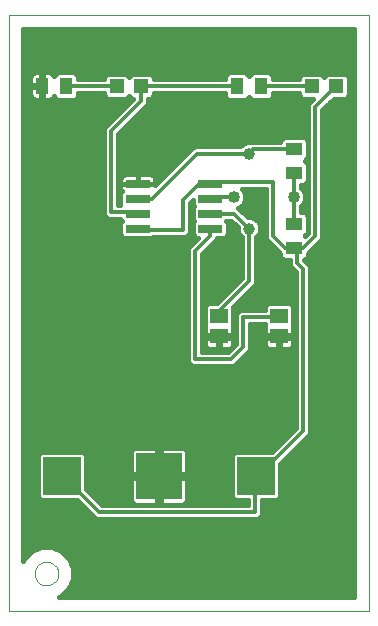
<source format=gtl>
G75*
%MOIN*%
%OFA0B0*%
%FSLAX24Y24*%
%IPPOS*%
%LPD*%
%AMOC8*
5,1,8,0,0,1.08239X$1,22.5*
%
%ADD10C,0.0000*%
%ADD11R,0.1535X0.1535*%
%ADD12R,0.1260X0.1260*%
%ADD13R,0.0800X0.0260*%
%ADD14R,0.0591X0.0512*%
%ADD15R,0.0551X0.0433*%
%ADD16R,0.0433X0.0551*%
%ADD17R,0.0472X0.0472*%
%ADD18C,0.0120*%
%ADD19C,0.0160*%
%ADD20C,0.0396*%
%ADD21C,0.0400*%
D10*
X000680Y000680D02*
X000680Y020550D01*
X012672Y020550D01*
X012672Y000680D01*
X000680Y000680D01*
X001536Y001930D02*
X001538Y001969D01*
X001544Y002008D01*
X001554Y002046D01*
X001567Y002083D01*
X001584Y002118D01*
X001604Y002152D01*
X001628Y002183D01*
X001655Y002212D01*
X001684Y002238D01*
X001716Y002261D01*
X001750Y002281D01*
X001786Y002297D01*
X001823Y002309D01*
X001862Y002318D01*
X001901Y002323D01*
X001940Y002324D01*
X001979Y002321D01*
X002018Y002314D01*
X002055Y002303D01*
X002092Y002289D01*
X002127Y002271D01*
X002160Y002250D01*
X002191Y002225D01*
X002219Y002198D01*
X002244Y002168D01*
X002266Y002135D01*
X002285Y002101D01*
X002300Y002065D01*
X002312Y002027D01*
X002320Y001989D01*
X002324Y001950D01*
X002324Y001910D01*
X002320Y001871D01*
X002312Y001833D01*
X002300Y001795D01*
X002285Y001759D01*
X002266Y001725D01*
X002244Y001692D01*
X002219Y001662D01*
X002191Y001635D01*
X002160Y001610D01*
X002127Y001589D01*
X002092Y001571D01*
X002055Y001557D01*
X002018Y001546D01*
X001979Y001539D01*
X001940Y001536D01*
X001901Y001537D01*
X001862Y001542D01*
X001823Y001551D01*
X001786Y001563D01*
X001750Y001579D01*
X001716Y001599D01*
X001684Y001622D01*
X001655Y001648D01*
X001628Y001677D01*
X001604Y001708D01*
X001584Y001742D01*
X001567Y001777D01*
X001554Y001814D01*
X001544Y001852D01*
X001538Y001891D01*
X001536Y001930D01*
D11*
X005680Y005180D03*
D12*
X002452Y005180D03*
X008908Y005180D03*
D13*
X007390Y013430D03*
X007390Y013930D03*
X007390Y014430D03*
X007390Y014930D03*
X004970Y014930D03*
X004970Y014430D03*
X004970Y013930D03*
X004970Y013430D03*
D14*
X007680Y010515D03*
X007680Y009845D03*
X009680Y009845D03*
X009680Y010515D03*
D15*
X010180Y012786D03*
X010180Y013574D03*
X010180Y015286D03*
X010180Y016074D03*
D16*
X009074Y018180D03*
X008286Y018180D03*
X002574Y018180D03*
X001786Y018180D03*
D17*
X004267Y018180D03*
X005093Y018180D03*
X010767Y018180D03*
X011593Y018180D03*
D18*
X011580Y018180D01*
X010880Y017480D01*
X010880Y013180D01*
X010480Y012780D01*
X010280Y012780D01*
X010180Y012786D01*
X010180Y012780D01*
X009880Y012780D01*
X009480Y013180D01*
X009480Y014980D01*
X007480Y014980D01*
X007390Y014930D01*
X007380Y014880D01*
X006980Y014880D01*
X006480Y014380D01*
X006480Y013380D01*
X004980Y013380D01*
X004970Y013430D01*
X004970Y013930D02*
X004880Y013980D01*
X004080Y013980D01*
X004080Y016680D01*
X005080Y017680D01*
X005080Y018180D01*
X005093Y018180D01*
X008286Y018180D01*
X009074Y018180D02*
X010767Y018180D01*
X010180Y016074D02*
X008824Y016074D01*
X008680Y015930D01*
X006930Y015930D01*
X005430Y014430D01*
X004970Y014430D01*
X006880Y012680D02*
X007380Y013180D01*
X007380Y013380D01*
X007390Y013430D01*
X007390Y013930D02*
X008180Y013930D01*
X008680Y013430D01*
X008680Y011680D01*
X007680Y010680D01*
X007680Y010515D01*
X008480Y010480D02*
X008480Y009480D01*
X008080Y009080D01*
X006880Y009080D01*
X006880Y012680D01*
X007390Y014430D02*
X007480Y014480D01*
X008180Y014480D01*
X010180Y014480D02*
X010180Y013574D01*
X010180Y012780D02*
X010280Y012780D01*
X010280Y012280D01*
X010480Y012080D01*
X010480Y006680D01*
X008980Y005180D01*
X008908Y005180D01*
X008880Y005180D01*
X008880Y003980D01*
X003680Y003980D01*
X002480Y005180D01*
X002452Y005180D01*
X008480Y010480D02*
X009680Y010480D01*
X009680Y010515D01*
X010180Y014480D02*
X010180Y015286D01*
X004267Y018180D02*
X002574Y018180D01*
D19*
X002938Y017798D02*
X003922Y017798D01*
X003956Y017764D02*
X004577Y017764D01*
X004680Y017866D01*
X004783Y017764D01*
X004824Y017764D01*
X003877Y016816D01*
X003840Y016728D01*
X003840Y013932D01*
X003877Y013844D01*
X003944Y013777D01*
X004032Y013740D01*
X004390Y013740D01*
X004390Y013725D01*
X004435Y013680D01*
X004390Y013635D01*
X004390Y013225D01*
X004495Y013120D01*
X005445Y013120D01*
X005465Y013140D01*
X006528Y013140D01*
X006616Y013177D01*
X006683Y013244D01*
X006720Y013332D01*
X006720Y014281D01*
X006810Y014371D01*
X006810Y014225D01*
X006855Y014180D01*
X006810Y014135D01*
X006810Y013725D01*
X006855Y013680D01*
X006810Y013635D01*
X006810Y013225D01*
X006915Y013120D01*
X006981Y013120D01*
X006677Y012816D01*
X006640Y012728D01*
X006640Y009032D01*
X006677Y008944D01*
X006744Y008877D01*
X006832Y008840D01*
X008128Y008840D01*
X008216Y008877D01*
X008283Y008944D01*
X008683Y009344D01*
X008720Y009432D01*
X008720Y010240D01*
X009205Y010240D01*
X009205Y010184D01*
X009217Y010171D01*
X009205Y010125D01*
X009205Y009893D01*
X009632Y009893D01*
X009632Y009797D01*
X009728Y009797D01*
X009728Y009409D01*
X009999Y009409D01*
X010045Y009422D01*
X010086Y009445D01*
X010119Y009479D01*
X010143Y009520D01*
X010155Y009566D01*
X010155Y009797D01*
X009728Y009797D01*
X009728Y009893D01*
X010155Y009893D01*
X010155Y010125D01*
X010143Y010171D01*
X010143Y010171D01*
X010155Y010184D01*
X010155Y010845D01*
X010050Y010951D01*
X009310Y010951D01*
X009205Y010845D01*
X009205Y010720D01*
X008432Y010720D01*
X008344Y010683D01*
X008277Y010616D01*
X008240Y010528D01*
X008240Y009579D01*
X007981Y009320D01*
X007120Y009320D01*
X007120Y012581D01*
X007516Y012977D01*
X007583Y013044D01*
X007615Y013120D01*
X007865Y013120D01*
X007970Y013225D01*
X007970Y013635D01*
X007925Y013680D01*
X007935Y013690D01*
X008081Y013690D01*
X008302Y013469D01*
X008302Y013355D01*
X008359Y013216D01*
X008440Y013135D01*
X008440Y011779D01*
X007611Y010951D01*
X007310Y010951D01*
X007205Y010845D01*
X007205Y010184D01*
X007217Y010171D01*
X007205Y010125D01*
X007205Y009893D01*
X007632Y009893D01*
X007632Y009797D01*
X007728Y009797D01*
X007728Y009409D01*
X007999Y009409D01*
X008045Y009422D01*
X008086Y009445D01*
X008119Y009479D01*
X008143Y009520D01*
X008155Y009566D01*
X008155Y009797D01*
X007728Y009797D01*
X007728Y009893D01*
X008155Y009893D01*
X008155Y010125D01*
X008143Y010171D01*
X008143Y010171D01*
X008155Y010184D01*
X008155Y010816D01*
X008816Y011477D01*
X008883Y011544D01*
X008920Y011632D01*
X008920Y013135D01*
X009001Y013216D01*
X009058Y013355D01*
X009058Y013505D01*
X009001Y013644D01*
X008894Y013751D01*
X008755Y013808D01*
X008641Y013808D01*
X008322Y014127D01*
X008395Y014158D01*
X008502Y014265D01*
X008560Y014404D01*
X008560Y014556D01*
X008502Y014695D01*
X008457Y014740D01*
X009240Y014740D01*
X009240Y013132D01*
X009277Y013044D01*
X009677Y012644D01*
X009724Y012596D01*
X009724Y012495D01*
X009830Y012390D01*
X010040Y012390D01*
X010040Y012232D01*
X010077Y012144D01*
X010144Y012077D01*
X010240Y011981D01*
X010240Y006779D01*
X009451Y005990D01*
X008204Y005990D01*
X008098Y005884D01*
X008098Y004476D01*
X008204Y004370D01*
X008640Y004370D01*
X008640Y004220D01*
X003779Y004220D01*
X003262Y004738D01*
X003262Y005884D01*
X003156Y005990D01*
X001747Y005990D01*
X001642Y005884D01*
X001642Y004476D01*
X001747Y004370D01*
X002951Y004370D01*
X003477Y003844D01*
X003544Y003777D01*
X003632Y003740D01*
X008928Y003740D01*
X009016Y003777D01*
X009083Y003844D01*
X009120Y003932D01*
X009120Y004370D01*
X009613Y004370D01*
X009718Y004476D01*
X009718Y005579D01*
X010616Y006477D01*
X010683Y006544D01*
X010720Y006632D01*
X010720Y012128D01*
X010683Y012216D01*
X010520Y012379D01*
X010520Y012390D01*
X010530Y012390D01*
X010636Y012495D01*
X010636Y012596D01*
X010683Y012644D01*
X011083Y013044D01*
X011120Y013132D01*
X011120Y013228D01*
X011120Y017381D01*
X011503Y017764D01*
X011904Y017764D01*
X012010Y017869D01*
X012010Y018491D01*
X011904Y018596D01*
X011283Y018596D01*
X011180Y018494D01*
X011077Y018596D01*
X010456Y018596D01*
X010350Y018491D01*
X010350Y018420D01*
X009470Y018420D01*
X009470Y018530D01*
X009365Y018636D01*
X008783Y018636D01*
X008680Y018533D01*
X008577Y018636D01*
X007995Y018636D01*
X007890Y018530D01*
X007890Y018420D01*
X005510Y018420D01*
X005510Y018491D01*
X005404Y018596D01*
X004783Y018596D01*
X004680Y018494D01*
X004577Y018596D01*
X003956Y018596D01*
X003850Y018491D01*
X003850Y018420D01*
X002970Y018420D01*
X002970Y018530D01*
X002865Y018636D01*
X002283Y018636D01*
X002177Y018530D01*
X002177Y018500D01*
X002171Y018525D01*
X002147Y018566D01*
X002113Y018600D01*
X002072Y018623D01*
X002027Y018636D01*
X001815Y018636D01*
X001815Y018208D01*
X001758Y018208D01*
X001758Y018152D01*
X001390Y018152D01*
X001390Y017881D01*
X001402Y017835D01*
X001426Y017794D01*
X001459Y017760D01*
X001500Y017737D01*
X001546Y017724D01*
X001758Y017724D01*
X001758Y018152D01*
X001815Y018152D01*
X001815Y017724D01*
X002027Y017724D01*
X002072Y017737D01*
X002113Y017760D01*
X002147Y017794D01*
X002171Y017835D01*
X002177Y017860D01*
X002177Y017830D01*
X002283Y017724D01*
X002865Y017724D01*
X002970Y017830D01*
X002970Y017940D01*
X003850Y017940D01*
X003850Y017869D01*
X003956Y017764D01*
X004383Y017323D02*
X001160Y017323D01*
X001160Y017481D02*
X004542Y017481D01*
X004700Y017640D02*
X001160Y017640D01*
X001160Y017798D02*
X001423Y017798D01*
X001390Y017957D02*
X001160Y017957D01*
X001160Y018115D02*
X001390Y018115D01*
X001390Y018208D02*
X001758Y018208D01*
X001758Y018636D01*
X001546Y018636D01*
X001500Y018623D01*
X001459Y018600D01*
X001426Y018566D01*
X001402Y018525D01*
X001390Y018479D01*
X001390Y018208D01*
X001390Y018274D02*
X001160Y018274D01*
X001160Y018432D02*
X001390Y018432D01*
X001450Y018591D02*
X001160Y018591D01*
X001160Y018749D02*
X012192Y018749D01*
X012192Y018591D02*
X011910Y018591D01*
X012010Y018432D02*
X012192Y018432D01*
X012192Y018274D02*
X012010Y018274D01*
X012010Y018115D02*
X012192Y018115D01*
X012192Y017957D02*
X012010Y017957D01*
X011938Y017798D02*
X012192Y017798D01*
X012192Y017640D02*
X011379Y017640D01*
X011220Y017481D02*
X012192Y017481D01*
X012192Y017323D02*
X011120Y017323D01*
X011120Y017164D02*
X012192Y017164D01*
X012192Y017006D02*
X011120Y017006D01*
X011120Y016847D02*
X012192Y016847D01*
X012192Y016689D02*
X011120Y016689D01*
X011120Y016530D02*
X012192Y016530D01*
X012192Y016372D02*
X011120Y016372D01*
X011120Y016213D02*
X012192Y016213D01*
X012192Y016055D02*
X011120Y016055D01*
X011120Y015896D02*
X012192Y015896D01*
X012192Y015738D02*
X011120Y015738D01*
X011120Y015579D02*
X012192Y015579D01*
X012192Y015421D02*
X011120Y015421D01*
X011120Y015262D02*
X012192Y015262D01*
X012192Y015104D02*
X011120Y015104D01*
X011120Y014945D02*
X012192Y014945D01*
X012192Y014787D02*
X011120Y014787D01*
X011120Y014628D02*
X012192Y014628D01*
X012192Y014470D02*
X011120Y014470D01*
X011120Y014311D02*
X012192Y014311D01*
X012192Y014153D02*
X011120Y014153D01*
X011120Y013994D02*
X012192Y013994D01*
X012192Y013836D02*
X011120Y013836D01*
X011120Y013677D02*
X012192Y013677D01*
X012192Y013519D02*
X011120Y013519D01*
X011120Y013360D02*
X012192Y013360D01*
X012192Y013202D02*
X011120Y013202D01*
X011082Y013043D02*
X012192Y013043D01*
X012192Y012885D02*
X010924Y012885D01*
X010765Y012726D02*
X012192Y012726D01*
X012192Y012568D02*
X010636Y012568D01*
X010549Y012409D02*
X012192Y012409D01*
X012192Y012251D02*
X010649Y012251D01*
X010720Y012092D02*
X012192Y012092D01*
X012192Y011934D02*
X010720Y011934D01*
X010720Y011775D02*
X012192Y011775D01*
X012192Y011617D02*
X010720Y011617D01*
X010720Y011458D02*
X012192Y011458D01*
X012192Y011300D02*
X010720Y011300D01*
X010720Y011141D02*
X012192Y011141D01*
X012192Y010983D02*
X010720Y010983D01*
X010720Y010824D02*
X012192Y010824D01*
X012192Y010666D02*
X010720Y010666D01*
X010720Y010507D02*
X012192Y010507D01*
X012192Y010349D02*
X010720Y010349D01*
X010720Y010190D02*
X012192Y010190D01*
X012192Y010032D02*
X010720Y010032D01*
X010720Y009873D02*
X012192Y009873D01*
X012192Y009715D02*
X010720Y009715D01*
X010720Y009556D02*
X012192Y009556D01*
X012192Y009398D02*
X010720Y009398D01*
X010720Y009239D02*
X012192Y009239D01*
X012192Y009081D02*
X010720Y009081D01*
X010720Y008922D02*
X012192Y008922D01*
X012192Y008764D02*
X010720Y008764D01*
X010720Y008605D02*
X012192Y008605D01*
X012192Y008447D02*
X010720Y008447D01*
X010720Y008288D02*
X012192Y008288D01*
X012192Y008130D02*
X010720Y008130D01*
X010720Y007971D02*
X012192Y007971D01*
X012192Y007813D02*
X010720Y007813D01*
X010720Y007654D02*
X012192Y007654D01*
X012192Y007496D02*
X010720Y007496D01*
X010720Y007337D02*
X012192Y007337D01*
X012192Y007179D02*
X010720Y007179D01*
X010720Y007020D02*
X012192Y007020D01*
X012192Y006862D02*
X010720Y006862D01*
X010720Y006703D02*
X012192Y006703D01*
X012192Y006545D02*
X010684Y006545D01*
X010616Y006477D02*
X010616Y006477D01*
X010525Y006386D02*
X012192Y006386D01*
X012192Y006228D02*
X010367Y006228D01*
X010208Y006069D02*
X012192Y006069D01*
X012192Y005911D02*
X010050Y005911D01*
X009891Y005752D02*
X012192Y005752D01*
X012192Y005594D02*
X009733Y005594D01*
X009718Y005435D02*
X012192Y005435D01*
X012192Y005277D02*
X009718Y005277D01*
X009718Y005118D02*
X012192Y005118D01*
X012192Y004960D02*
X009718Y004960D01*
X009718Y004801D02*
X012192Y004801D01*
X012192Y004643D02*
X009718Y004643D01*
X009718Y004484D02*
X012192Y004484D01*
X012192Y004326D02*
X009120Y004326D01*
X009120Y004167D02*
X012192Y004167D01*
X012192Y004009D02*
X009120Y004009D01*
X009086Y003850D02*
X012192Y003850D01*
X012192Y003692D02*
X001160Y003692D01*
X001160Y003850D02*
X003471Y003850D01*
X003312Y004009D02*
X001160Y004009D01*
X001160Y004167D02*
X003154Y004167D01*
X002995Y004326D02*
X001160Y004326D01*
X001160Y004484D02*
X001642Y004484D01*
X001642Y004643D02*
X001160Y004643D01*
X001160Y004801D02*
X001642Y004801D01*
X001642Y004960D02*
X001160Y004960D01*
X001160Y005118D02*
X001642Y005118D01*
X001642Y005277D02*
X001160Y005277D01*
X001160Y005435D02*
X001642Y005435D01*
X001642Y005594D02*
X001160Y005594D01*
X001160Y005752D02*
X001642Y005752D01*
X001668Y005911D02*
X001160Y005911D01*
X001160Y006069D02*
X004779Y006069D01*
X004768Y006058D02*
X004745Y006017D01*
X004732Y005971D01*
X004732Y005260D01*
X005600Y005260D01*
X005600Y006128D01*
X004889Y006128D01*
X004843Y006115D01*
X004802Y006092D01*
X004768Y006058D01*
X004732Y005911D02*
X003236Y005911D01*
X003262Y005752D02*
X004732Y005752D01*
X004732Y005594D02*
X003262Y005594D01*
X003262Y005435D02*
X004732Y005435D01*
X004732Y005277D02*
X003262Y005277D01*
X003262Y005118D02*
X005600Y005118D01*
X005600Y005100D02*
X004732Y005100D01*
X004732Y004389D01*
X004745Y004343D01*
X004768Y004302D01*
X004802Y004268D01*
X004843Y004245D01*
X004889Y004232D01*
X005600Y004232D01*
X005600Y005100D01*
X005600Y005260D01*
X005760Y005260D01*
X005760Y006128D01*
X006471Y006128D01*
X006517Y006115D01*
X006558Y006092D01*
X006592Y006058D01*
X006615Y006017D01*
X006628Y005971D01*
X006628Y005260D01*
X005760Y005260D01*
X005760Y005100D01*
X006628Y005100D01*
X006628Y004389D01*
X006615Y004343D01*
X006592Y004302D01*
X006558Y004268D01*
X006517Y004245D01*
X006471Y004232D01*
X005760Y004232D01*
X005760Y005100D01*
X005600Y005100D01*
X005600Y004960D02*
X005760Y004960D01*
X005760Y005118D02*
X008098Y005118D01*
X008098Y004960D02*
X006628Y004960D01*
X006628Y004801D02*
X008098Y004801D01*
X008098Y004643D02*
X006628Y004643D01*
X006628Y004484D02*
X008098Y004484D01*
X008640Y004326D02*
X006605Y004326D01*
X006628Y005277D02*
X008098Y005277D01*
X008098Y005435D02*
X006628Y005435D01*
X006628Y005594D02*
X008098Y005594D01*
X008098Y005752D02*
X006628Y005752D01*
X006628Y005911D02*
X008124Y005911D01*
X009530Y006069D02*
X006581Y006069D01*
X005760Y006069D02*
X005600Y006069D01*
X005600Y005911D02*
X005760Y005911D01*
X005760Y005752D02*
X005600Y005752D01*
X005600Y005594D02*
X005760Y005594D01*
X005760Y005435D02*
X005600Y005435D01*
X005600Y005277D02*
X005760Y005277D01*
X005760Y004801D02*
X005600Y004801D01*
X005600Y004643D02*
X005760Y004643D01*
X005760Y004484D02*
X005600Y004484D01*
X005600Y004326D02*
X005760Y004326D01*
X004755Y004326D02*
X003674Y004326D01*
X003515Y004484D02*
X004732Y004484D01*
X004732Y004643D02*
X003357Y004643D01*
X003262Y004801D02*
X004732Y004801D01*
X004732Y004960D02*
X003262Y004960D01*
X002425Y002671D02*
X002104Y002804D01*
X001756Y002804D01*
X001435Y002671D01*
X001189Y002425D01*
X001160Y002354D01*
X001160Y020070D01*
X012192Y020070D01*
X012192Y001160D01*
X002354Y001160D01*
X002425Y001189D01*
X002671Y001435D01*
X002804Y001756D01*
X002804Y002104D01*
X002671Y002425D01*
X002425Y002671D01*
X002514Y002582D02*
X012192Y002582D01*
X012192Y002424D02*
X002671Y002424D01*
X002737Y002265D02*
X012192Y002265D01*
X012192Y002107D02*
X002803Y002107D01*
X002804Y001948D02*
X012192Y001948D01*
X012192Y001790D02*
X002804Y001790D01*
X002752Y001631D02*
X012192Y001631D01*
X012192Y001473D02*
X002686Y001473D01*
X002550Y001314D02*
X012192Y001314D01*
X012192Y002741D02*
X002256Y002741D01*
X001604Y002741D02*
X001160Y002741D01*
X001160Y002899D02*
X012192Y002899D01*
X012192Y003058D02*
X001160Y003058D01*
X001160Y003216D02*
X012192Y003216D01*
X012192Y003375D02*
X001160Y003375D01*
X001160Y003533D02*
X012192Y003533D01*
X010164Y006703D02*
X001160Y006703D01*
X001160Y006545D02*
X010005Y006545D01*
X009847Y006386D02*
X001160Y006386D01*
X001160Y006228D02*
X009688Y006228D01*
X010240Y006862D02*
X001160Y006862D01*
X001160Y007020D02*
X010240Y007020D01*
X010240Y007179D02*
X001160Y007179D01*
X001160Y007337D02*
X010240Y007337D01*
X010240Y007496D02*
X001160Y007496D01*
X001160Y007654D02*
X010240Y007654D01*
X010240Y007813D02*
X001160Y007813D01*
X001160Y007971D02*
X010240Y007971D01*
X010240Y008130D02*
X001160Y008130D01*
X001160Y008288D02*
X010240Y008288D01*
X010240Y008447D02*
X001160Y008447D01*
X001160Y008605D02*
X010240Y008605D01*
X010240Y008764D02*
X001160Y008764D01*
X001160Y008922D02*
X006699Y008922D01*
X006640Y009081D02*
X001160Y009081D01*
X001160Y009239D02*
X006640Y009239D01*
X006640Y009398D02*
X001160Y009398D01*
X001160Y009556D02*
X006640Y009556D01*
X006640Y009715D02*
X001160Y009715D01*
X001160Y009873D02*
X006640Y009873D01*
X006640Y010032D02*
X001160Y010032D01*
X001160Y010190D02*
X006640Y010190D01*
X006640Y010349D02*
X001160Y010349D01*
X001160Y010507D02*
X006640Y010507D01*
X006640Y010666D02*
X001160Y010666D01*
X001160Y010824D02*
X006640Y010824D01*
X006640Y010983D02*
X001160Y010983D01*
X001160Y011141D02*
X006640Y011141D01*
X006640Y011300D02*
X001160Y011300D01*
X001160Y011458D02*
X006640Y011458D01*
X006640Y011617D02*
X001160Y011617D01*
X001160Y011775D02*
X006640Y011775D01*
X006640Y011934D02*
X001160Y011934D01*
X001160Y012092D02*
X006640Y012092D01*
X006640Y012251D02*
X001160Y012251D01*
X001160Y012409D02*
X006640Y012409D01*
X006640Y012568D02*
X001160Y012568D01*
X001160Y012726D02*
X006640Y012726D01*
X006745Y012885D02*
X001160Y012885D01*
X001160Y013043D02*
X006904Y013043D01*
X006834Y013202D02*
X006641Y013202D01*
X006720Y013360D02*
X006810Y013360D01*
X006810Y013519D02*
X006720Y013519D01*
X006720Y013677D02*
X006852Y013677D01*
X006810Y013836D02*
X006720Y013836D01*
X006720Y013994D02*
X006810Y013994D01*
X006828Y014153D02*
X006720Y014153D01*
X006750Y014311D02*
X006810Y014311D01*
X005923Y015262D02*
X004320Y015262D01*
X004426Y015171D02*
X004402Y015129D01*
X004390Y015084D01*
X004390Y014930D01*
X004970Y014930D01*
X004970Y014930D01*
X004970Y015240D01*
X005394Y015240D01*
X005439Y015228D01*
X005481Y015204D01*
X005514Y015171D01*
X005538Y015129D01*
X005550Y015084D01*
X005550Y014930D01*
X004970Y014930D01*
X004970Y014930D01*
X004970Y014930D01*
X004970Y015240D01*
X004546Y015240D01*
X004501Y015228D01*
X004459Y015204D01*
X004426Y015171D01*
X004395Y015104D02*
X004320Y015104D01*
X004320Y014945D02*
X004390Y014945D01*
X004390Y014930D02*
X004390Y014776D01*
X004402Y014731D01*
X004426Y014689D01*
X004435Y014680D01*
X004390Y014635D01*
X004390Y014225D01*
X004395Y014220D01*
X004320Y014220D01*
X004320Y016581D01*
X005216Y017477D01*
X005283Y017544D01*
X005320Y017632D01*
X005320Y017764D01*
X005404Y017764D01*
X005510Y017869D01*
X005510Y017940D01*
X007890Y017940D01*
X007890Y017830D01*
X007995Y017724D01*
X008577Y017724D01*
X008680Y017827D01*
X008783Y017724D01*
X009365Y017724D01*
X009470Y017830D01*
X009470Y017940D01*
X010350Y017940D01*
X010350Y017869D01*
X010456Y017764D01*
X010824Y017764D01*
X010744Y017683D01*
X010677Y017616D01*
X010640Y017528D01*
X010640Y013279D01*
X010537Y013176D01*
X010533Y013180D01*
X010636Y013283D01*
X010636Y013865D01*
X010530Y013970D01*
X010420Y013970D01*
X010420Y014183D01*
X010502Y014265D01*
X010560Y014404D01*
X010560Y014556D01*
X010502Y014695D01*
X010420Y014777D01*
X010420Y014890D01*
X010530Y014890D01*
X010636Y014995D01*
X010636Y015577D01*
X010533Y015680D01*
X010636Y015783D01*
X010636Y016365D01*
X010530Y016470D01*
X009830Y016470D01*
X009724Y016365D01*
X009724Y016314D01*
X008776Y016314D01*
X008759Y016307D01*
X008755Y016308D01*
X008605Y016308D01*
X008466Y016251D01*
X008385Y016170D01*
X006882Y016170D01*
X006794Y016133D01*
X006727Y016066D01*
X005550Y014889D01*
X005550Y014930D01*
X004970Y014930D01*
X004390Y014930D01*
X004390Y014787D02*
X004320Y014787D01*
X004320Y014628D02*
X004390Y014628D01*
X004390Y014470D02*
X004320Y014470D01*
X004320Y014311D02*
X004390Y014311D01*
X004432Y013677D02*
X001160Y013677D01*
X001160Y013519D02*
X004390Y013519D01*
X004390Y013360D02*
X001160Y013360D01*
X001160Y013202D02*
X004414Y013202D01*
X003885Y013836D02*
X001160Y013836D01*
X001160Y013994D02*
X003840Y013994D01*
X003840Y014153D02*
X001160Y014153D01*
X001160Y014311D02*
X003840Y014311D01*
X003840Y014470D02*
X001160Y014470D01*
X001160Y014628D02*
X003840Y014628D01*
X003840Y014787D02*
X001160Y014787D01*
X001160Y014945D02*
X003840Y014945D01*
X003840Y015104D02*
X001160Y015104D01*
X001160Y015262D02*
X003840Y015262D01*
X003840Y015421D02*
X001160Y015421D01*
X001160Y015579D02*
X003840Y015579D01*
X003840Y015738D02*
X001160Y015738D01*
X001160Y015896D02*
X003840Y015896D01*
X003840Y016055D02*
X001160Y016055D01*
X001160Y016213D02*
X003840Y016213D01*
X003840Y016372D02*
X001160Y016372D01*
X001160Y016530D02*
X003840Y016530D01*
X003840Y016689D02*
X001160Y016689D01*
X001160Y016847D02*
X003908Y016847D01*
X004066Y017006D02*
X001160Y017006D01*
X001160Y017164D02*
X004225Y017164D01*
X004428Y016689D02*
X010640Y016689D01*
X010640Y016847D02*
X004586Y016847D01*
X004745Y017006D02*
X010640Y017006D01*
X010640Y017164D02*
X004903Y017164D01*
X005062Y017323D02*
X010640Y017323D01*
X010640Y017481D02*
X005220Y017481D01*
X005320Y017640D02*
X010700Y017640D01*
X010422Y017798D02*
X009438Y017798D01*
X009470Y018432D02*
X010350Y018432D01*
X010450Y018591D02*
X009410Y018591D01*
X008738Y018591D02*
X008622Y018591D01*
X008651Y017798D02*
X008709Y017798D01*
X007922Y017798D02*
X005438Y017798D01*
X005510Y018432D02*
X007890Y018432D01*
X007950Y018591D02*
X005410Y018591D01*
X004777Y018591D02*
X004583Y018591D01*
X004612Y017798D02*
X004748Y017798D01*
X003950Y018591D02*
X002910Y018591D01*
X002970Y018432D02*
X003850Y018432D01*
X004320Y016530D02*
X010640Y016530D01*
X010629Y016372D02*
X010640Y016372D01*
X010636Y016213D02*
X010640Y016213D01*
X010636Y016055D02*
X010640Y016055D01*
X010636Y015896D02*
X010640Y015896D01*
X010640Y015738D02*
X010591Y015738D01*
X010634Y015579D02*
X010640Y015579D01*
X010636Y015421D02*
X010640Y015421D01*
X010636Y015262D02*
X010640Y015262D01*
X010636Y015104D02*
X010640Y015104D01*
X010640Y014945D02*
X010585Y014945D01*
X010640Y014787D02*
X010420Y014787D01*
X010530Y014628D02*
X010640Y014628D01*
X010640Y014470D02*
X010560Y014470D01*
X010521Y014311D02*
X010640Y014311D01*
X010640Y014153D02*
X010420Y014153D01*
X010420Y013994D02*
X010640Y013994D01*
X010636Y013836D02*
X010640Y013836D01*
X010636Y013677D02*
X010640Y013677D01*
X010636Y013519D02*
X010640Y013519D01*
X010636Y013360D02*
X010640Y013360D01*
X010562Y013202D02*
X010555Y013202D01*
X010040Y012251D02*
X008920Y012251D01*
X008920Y012409D02*
X009811Y012409D01*
X009724Y012568D02*
X008920Y012568D01*
X008920Y012726D02*
X009595Y012726D01*
X009436Y012885D02*
X008920Y012885D01*
X008920Y013043D02*
X009278Y013043D01*
X009240Y013202D02*
X008986Y013202D01*
X009058Y013360D02*
X009240Y013360D01*
X009240Y013519D02*
X009053Y013519D01*
X008968Y013677D02*
X009240Y013677D01*
X009240Y013836D02*
X008614Y013836D01*
X008455Y013994D02*
X009240Y013994D01*
X009240Y014153D02*
X008382Y014153D01*
X008521Y014311D02*
X009240Y014311D01*
X009240Y014470D02*
X008560Y014470D01*
X008530Y014628D02*
X009240Y014628D01*
X008302Y013360D02*
X007970Y013360D01*
X007970Y013519D02*
X008252Y013519D01*
X008094Y013677D02*
X007928Y013677D01*
X007946Y013202D02*
X008374Y013202D01*
X008440Y013043D02*
X007582Y013043D01*
X007424Y012885D02*
X008440Y012885D01*
X008440Y012726D02*
X007265Y012726D01*
X007120Y012568D02*
X008440Y012568D01*
X008440Y012409D02*
X007120Y012409D01*
X007120Y012251D02*
X008440Y012251D01*
X008440Y012092D02*
X007120Y012092D01*
X007120Y011934D02*
X008440Y011934D01*
X008436Y011775D02*
X007120Y011775D01*
X007120Y011617D02*
X008277Y011617D01*
X008119Y011458D02*
X007120Y011458D01*
X007120Y011300D02*
X007960Y011300D01*
X007802Y011141D02*
X007120Y011141D01*
X007120Y010983D02*
X007643Y010983D01*
X007205Y010824D02*
X007120Y010824D01*
X007120Y010666D02*
X007205Y010666D01*
X007205Y010507D02*
X007120Y010507D01*
X007120Y010349D02*
X007205Y010349D01*
X007205Y010190D02*
X007120Y010190D01*
X007217Y010171D02*
X007217Y010171D01*
X007205Y010032D02*
X007120Y010032D01*
X007120Y009873D02*
X007632Y009873D01*
X007632Y009797D02*
X007205Y009797D01*
X007205Y009566D01*
X007217Y009520D01*
X007241Y009479D01*
X007274Y009445D01*
X007315Y009422D01*
X007361Y009409D01*
X007632Y009409D01*
X007632Y009797D01*
X007632Y009715D02*
X007728Y009715D01*
X007728Y009873D02*
X008240Y009873D01*
X008240Y009715D02*
X008155Y009715D01*
X008153Y009556D02*
X008217Y009556D01*
X008058Y009398D02*
X007120Y009398D01*
X007120Y009556D02*
X007207Y009556D01*
X007205Y009715D02*
X007120Y009715D01*
X007632Y009556D02*
X007728Y009556D01*
X008155Y010032D02*
X008240Y010032D01*
X008240Y010190D02*
X008155Y010190D01*
X008155Y010349D02*
X008240Y010349D01*
X008240Y010507D02*
X008155Y010507D01*
X008155Y010666D02*
X008326Y010666D01*
X008163Y010824D02*
X009205Y010824D01*
X009205Y010190D02*
X008720Y010190D01*
X008720Y010032D02*
X009205Y010032D01*
X009217Y010171D02*
X009217Y010171D01*
X009205Y009797D02*
X009205Y009566D01*
X009217Y009520D01*
X009241Y009479D01*
X009274Y009445D01*
X009315Y009422D01*
X009361Y009409D01*
X009632Y009409D01*
X009632Y009797D01*
X009205Y009797D01*
X009205Y009715D02*
X008720Y009715D01*
X008720Y009873D02*
X009632Y009873D01*
X009728Y009873D02*
X010240Y009873D01*
X010240Y009715D02*
X010155Y009715D01*
X010153Y009556D02*
X010240Y009556D01*
X010240Y009398D02*
X008706Y009398D01*
X008720Y009556D02*
X009207Y009556D01*
X009632Y009556D02*
X009728Y009556D01*
X009728Y009715D02*
X009632Y009715D01*
X010155Y010032D02*
X010240Y010032D01*
X010240Y010190D02*
X010155Y010190D01*
X010155Y010349D02*
X010240Y010349D01*
X010240Y010507D02*
X010155Y010507D01*
X010155Y010666D02*
X010240Y010666D01*
X010240Y010824D02*
X010155Y010824D01*
X010240Y010983D02*
X008322Y010983D01*
X008480Y011141D02*
X010240Y011141D01*
X010240Y011300D02*
X008639Y011300D01*
X008797Y011458D02*
X010240Y011458D01*
X010240Y011617D02*
X008913Y011617D01*
X008920Y011775D02*
X010240Y011775D01*
X010240Y011934D02*
X008920Y011934D01*
X008920Y012092D02*
X010129Y012092D01*
X010240Y009239D02*
X008578Y009239D01*
X008420Y009081D02*
X010240Y009081D01*
X010240Y008922D02*
X008261Y008922D01*
X005606Y014945D02*
X005550Y014945D01*
X005545Y015104D02*
X005764Y015104D01*
X006081Y015421D02*
X004320Y015421D01*
X004320Y015579D02*
X006240Y015579D01*
X006398Y015738D02*
X004320Y015738D01*
X004320Y015896D02*
X006557Y015896D01*
X006715Y016055D02*
X004320Y016055D01*
X004320Y016213D02*
X008428Y016213D01*
X009731Y016372D02*
X004320Y016372D01*
X004970Y015104D02*
X004970Y015104D01*
X004970Y014945D02*
X004970Y014945D01*
X002209Y017798D02*
X002149Y017798D01*
X001815Y017798D02*
X001758Y017798D01*
X001758Y017957D02*
X001815Y017957D01*
X001815Y018115D02*
X001758Y018115D01*
X001758Y018274D02*
X001815Y018274D01*
X001815Y018432D02*
X001758Y018432D01*
X001758Y018591D02*
X001815Y018591D01*
X002122Y018591D02*
X002238Y018591D01*
X001160Y018908D02*
X012192Y018908D01*
X012192Y019066D02*
X001160Y019066D01*
X001160Y019225D02*
X012192Y019225D01*
X012192Y019383D02*
X001160Y019383D01*
X001160Y019542D02*
X012192Y019542D01*
X012192Y019700D02*
X001160Y019700D01*
X001160Y019859D02*
X012192Y019859D01*
X012192Y020017D02*
X001160Y020017D01*
X011083Y018591D02*
X011277Y018591D01*
X001346Y002582D02*
X001160Y002582D01*
X001160Y002424D02*
X001189Y002424D01*
D20*
X004180Y011180D03*
X002680Y015930D03*
X006180Y016930D03*
X008680Y015930D03*
X008680Y013430D03*
X009430Y007930D03*
X010680Y002430D03*
D21*
X010180Y014480D03*
X008180Y014480D03*
M02*

</source>
